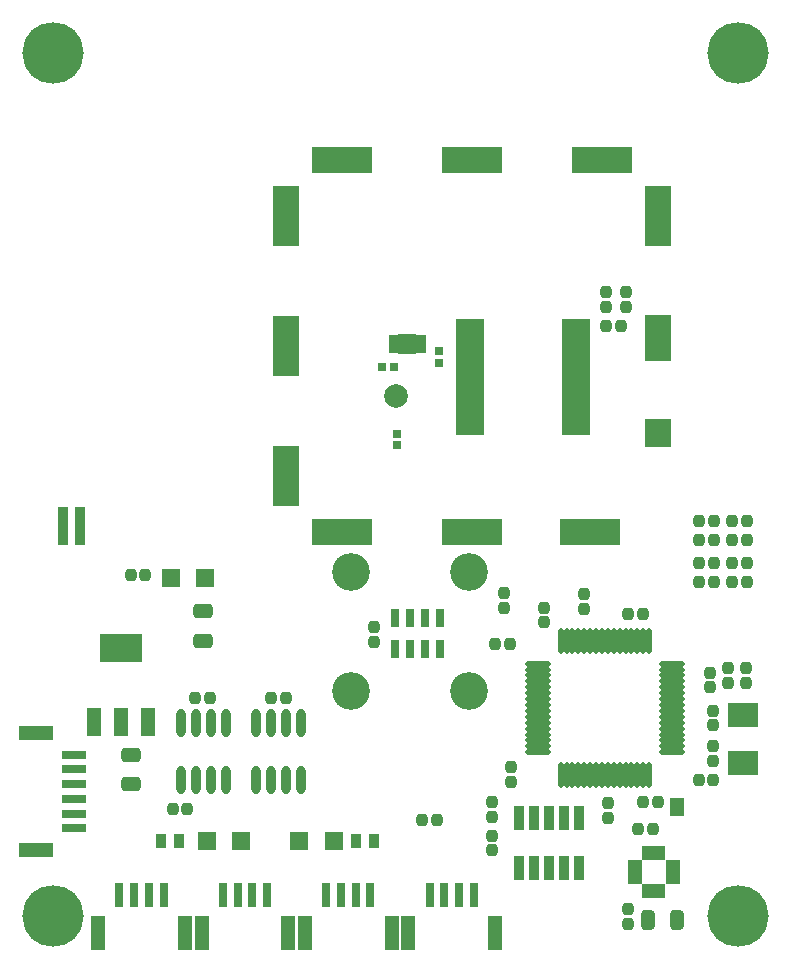
<source format=gts>
%FSTAX43Y43*%
%MOMM*%
%SFA1B1*%

%IPPOS*%
%AMD74*
4,1,8,0.200660,0.500380,-0.200660,0.500380,-0.500380,0.200660,-0.500380,-0.200660,-0.200660,-0.500380,0.200660,-0.500380,0.500380,-0.200660,0.500380,0.200660,0.200660,0.500380,0.0*
1,1,0.604000,0.200660,0.200660*
1,1,0.604000,-0.200660,0.200660*
1,1,0.604000,-0.200660,-0.200660*
1,1,0.604000,0.200660,-0.200660*
%
%AMD80*
4,1,8,0.500380,-0.200660,0.500380,0.200660,0.200660,0.500380,-0.200660,0.500380,-0.500380,0.200660,-0.500380,-0.200660,-0.200660,-0.500380,0.200660,-0.500380,0.500380,-0.200660,0.0*
1,1,0.604000,0.200660,-0.200660*
1,1,0.604000,0.200660,0.200660*
1,1,0.604000,-0.200660,0.200660*
1,1,0.604000,-0.200660,-0.200660*
%
%AMD87*
4,1,8,0.850900,-0.248920,0.850900,0.248920,0.500380,0.601980,-0.500380,0.601980,-0.850900,0.248920,-0.850900,-0.248920,-0.500380,-0.601980,0.500380,-0.601980,0.850900,-0.248920,0.0*
1,1,0.704000,0.500380,-0.248920*
1,1,0.704000,0.500380,0.248920*
1,1,0.704000,-0.500380,0.248920*
1,1,0.704000,-0.500380,-0.248920*
%
%AMD93*
4,1,8,0.248920,0.850900,-0.248920,0.850900,-0.601980,0.500380,-0.601980,-0.500380,-0.248920,-0.850900,0.248920,-0.850900,0.601980,-0.500380,0.601980,0.500380,0.248920,0.850900,0.0*
1,1,0.704000,0.248920,0.500380*
1,1,0.704000,-0.248920,0.500380*
1,1,0.704000,-0.248920,-0.500380*
1,1,0.704000,0.248920,-0.500380*
%
%ADD71R,3.149994X1.649997*%
%ADD72R,1.199998X1.399997*%
%ADD73R,0.802998X0.702999*%
G04~CAMADD=74~8~0.0~0.0~394.9~394.9~118.9~0.0~15~0.0~0.0~0.0~0.0~0~0.0~0.0~0.0~0.0~0~0.0~0.0~0.0~0.0~394.9~394.9*
%ADD74D74*%
%ADD75R,1.252997X2.352995*%
%ADD76R,1.252997X2.352995*%
%ADD77R,3.602993X2.352995*%
%ADD78R,2.902994X1.202998*%
%ADD79R,2.002996X0.802998*%
G04~CAMADD=80~8~0.0~0.0~394.9~394.9~118.9~0.0~15~0.0~0.0~0.0~0.0~0~0.0~0.0~0.0~0.0~0~0.0~0.0~0.0~270.0~394.0~394.0*
%ADD80D80*%
%ADD81R,0.942998X2.052996*%
%ADD82R,1.202998X2.902994*%
%ADD83R,0.802998X2.002996*%
%ADD84R,2.602995X2.102996*%
%ADD85O,0.802998X2.402995*%
%ADD86R,0.962998X1.292997*%
G04~CAMADD=87~8~0.0~0.0~473.6~670.5~138.6~0.0~15~0.0~0.0~0.0~0.0~0~0.0~0.0~0.0~0.0~0~0.0~0.0~0.0~270.0~671.0~474.0*
%ADD87D87*%
%ADD88R,0.964998X3.225994*%
%ADD89R,2.399995X1.099998*%
%ADD90R,2.399995X1.199998*%
%ADD91R,0.702999X0.802998*%
%ADD92R,0.802998X1.502997*%
G04~CAMADD=93~8~0.0~0.0~473.6~670.5~138.6~0.0~15~0.0~0.0~0.0~0.0~0~0.0~0.0~0.0~0.0~0~0.0~0.0~0.0~0.0~473.6~670.5*
%ADD93D93*%
%ADD94O,2.202996X0.502999*%
%ADD95O,0.502999X2.202996*%
%ADD96R,1.502997X1.602997*%
%ADD97R,1.202998X0.702999*%
%ADD98R,0.502999X1.202998*%
%ADD99R,1.202998X0.502999*%
%ADD100R,0.899998X0.579999*%
%ADD101R,1.482997X1.702997*%
%ADD102R,2.202996X5.202990*%
%ADD103R,2.202996X3.952992*%
%ADD104R,2.202996X2.452995*%
%ADD105R,5.202990X2.202996*%
%ADD106R,5.202990X2.202996*%
%ADD107R,2.202996X5.202990*%
%ADD108C,2.002996*%
%ADD109C,5.202990*%
%ADD110C,3.202994*%
%ADD111C,0.602999*%
%LNgps-1*%
%LPD*%
G54D71*
X0128499Y0151899D03*
G54D72*
X0151348Y0112699D03*
G54D73*
X0127599Y0143299D03*
Y0144299D03*
X0131201Y0151295D03*
Y0150295D03*
G54D74*
X0131024Y0111549D03*
X0129774D03*
X0146574Y0153435D03*
X0145324D03*
X0153153Y0114974D03*
X0154403D03*
X0149732Y0113124D03*
X0148482D03*
X0135899Y0126499D03*
X0137149D03*
X0110549Y0121899D03*
X0111799D03*
X0116974D03*
X0118224D03*
X0109874Y0112499D03*
X0108624D03*
X0105074Y0132324D03*
X0106324D03*
X0157249Y0136899D03*
X0155999D03*
X0157249Y0135266D03*
X0155999D03*
X0157249Y0133332D03*
X0155999D03*
X0157249Y0131699D03*
X0155999D03*
X0154449Y0135266D03*
X0153199D03*
X0154449Y0131699D03*
X0153199D03*
X0154449Y0133332D03*
X0153199D03*
X0154449Y0136899D03*
X0153199D03*
X0148049Y0110799D03*
X0149299D03*
X0147182Y0129024D03*
X0148432D03*
G54D75*
X0101974Y0119924D03*
G54D76*
X0104274Y0119924D03*
X0106574D03*
G54D77*
X0104274Y0126124D03*
G54D78*
X0097049Y0109074D03*
Y0118924D03*
G54D79*
X0100249Y0114624D03*
Y0115874D03*
Y0113374D03*
Y0112124D03*
Y0117124D03*
Y0110874D03*
G54D80*
X0135699Y0109024D03*
Y0110274D03*
X0155682Y0124449D03*
Y0123199D03*
X0137274Y0116074D03*
Y0114824D03*
X0135699Y0111874D03*
Y0113124D03*
X0157157Y0123199D03*
Y0124449D03*
X015416Y0124072D03*
Y0122822D03*
X0154403Y0120849D03*
Y0119599D03*
Y0116618D03*
Y0117868D03*
X0145499Y0111799D03*
Y0113049D03*
X0140074Y0128324D03*
Y0129574D03*
X0147149Y010277D03*
Y010402D03*
X0136649Y0129549D03*
Y0130799D03*
X0147001Y0156283D03*
Y0155033D03*
X0145333D03*
Y0156283D03*
X0125674Y0126674D03*
Y0127924D03*
X0143474Y0130682D03*
Y0129432D03*
G54D81*
X0139254Y0107549D03*
X0137984D03*
X0141794D03*
X0143064D03*
X0137984Y0111749D03*
X0139254D03*
X0143064D03*
X0141794D03*
X0140524Y0107549D03*
Y0111749D03*
G54D82*
X0109674Y0102049D03*
X0102324D03*
X0127174D03*
X0119824D03*
X0135924D03*
X0128574D03*
X0118424D03*
X0111074D03*
G54D83*
X0105374Y0105249D03*
X0104124D03*
X0106624D03*
X0107874D03*
X0122874D03*
X0121624D03*
X0124124D03*
X0125374D03*
X0131624D03*
X0130374D03*
X0132874D03*
X0134124D03*
X0114124D03*
X0112874D03*
X0115374D03*
X0116624D03*
G54D84*
X0156907Y0120515D03*
Y0116415D03*
G54D85*
X0119455Y0119803D03*
X0118185D03*
X0116915D03*
X0115645D03*
X0119455Y0115003D03*
X0118185D03*
X0116915D03*
X0115645D03*
X0113103Y0119799D03*
X0111833D03*
X0110563D03*
X0109293D03*
X0113103Y0114999D03*
X0111833D03*
X0110563D03*
X0109293D03*
G54D86*
X0125709Y0109774D03*
X0124189D03*
X0107664D03*
X0109184D03*
G54D87*
X0105074Y0114599D03*
Y0117099D03*
X0111224Y0126749D03*
Y0129249D03*
G54D88*
X0100824Y0136469D03*
X0099312D03*
G54D89*
X0133799Y0153499D03*
Y0144699D03*
X0142799D03*
Y0153499D03*
G54D90*
X0133799Y0152399D03*
Y0151299D03*
Y0150199D03*
Y0149099D03*
Y0147999D03*
Y0146899D03*
Y0145799D03*
X0142799D03*
Y0146899D03*
Y0147999D03*
Y0149099D03*
Y0150199D03*
Y0151299D03*
Y0152399D03*
G54D91*
X0126361Y0149935D03*
X0127361D03*
G54D92*
X012873Y0126065D03*
X012748D03*
X012998D03*
X013123D03*
Y0128665D03*
X012998D03*
X012873D03*
X012748D03*
G54D93*
X0148834Y010316D03*
X0151334D03*
G54D94*
X0150874Y0117324D03*
Y0117824D03*
Y0118324D03*
Y0118824D03*
Y0119324D03*
Y0119824D03*
Y0120324D03*
Y0120824D03*
Y0121324D03*
Y0121824D03*
Y0122324D03*
Y0122824D03*
Y0123324D03*
Y0123824D03*
Y0124324D03*
Y0124824D03*
X0139574D03*
Y0124324D03*
Y0123824D03*
Y0123324D03*
Y0122824D03*
Y0122324D03*
Y0121824D03*
Y0121324D03*
Y0120824D03*
Y0120324D03*
Y0119824D03*
Y0119324D03*
Y0118824D03*
Y0118324D03*
Y0117824D03*
Y0117324D03*
G54D95*
X0148974Y0126724D03*
X0148474D03*
X0147974D03*
X0147474D03*
X0146974D03*
X0146474D03*
X0145974D03*
X0145474D03*
X0144974D03*
X0144474D03*
X0143974D03*
X0143474D03*
X0142974D03*
X0142474D03*
X0141974D03*
X0141474D03*
Y0115424D03*
X0141974D03*
X0142474D03*
X0142974D03*
X0143474D03*
X0143974D03*
X0144474D03*
X0144974D03*
X0145474D03*
X0145974D03*
X0146474D03*
X0146974D03*
X0147474D03*
X0147974D03*
X0148474D03*
X0148974D03*
G54D96*
X0122249Y0109824D03*
X0119349D03*
X0111524D03*
X0114424D03*
X0111374Y0132099D03*
X0108474D03*
G54D97*
X0151349Y0113099D03*
Y0112299D03*
G54D98*
X0149599Y0105595D03*
X0149099D03*
X0148599D03*
X0150099D03*
X0148599Y0108795D03*
X0150099D03*
X0149599D03*
X0149099D03*
G54D99*
X0150949Y0107945D03*
Y0106445D03*
Y0106945D03*
Y0107445D03*
X0147749Y0106445D03*
Y0107945D03*
Y0107445D03*
Y0106945D03*
G54D100*
X0129641Y0152435D03*
Y0151355D03*
Y0151895D03*
X0127361D03*
Y0151355D03*
Y0152435D03*
G54D101*
X0128501Y0151895D03*
G54D102*
X0149749Y0162749D03*
X0118249D03*
Y0151749D03*
G54D103*
X0149749Y0152374D03*
G54D104*
X0149749Y0144374D03*
G54D105*
X0143999Y0135999D03*
X0133999D03*
X0122999D03*
X0144999Y0167499D03*
X0133999D03*
G54D106*
X0122999Y0167499D03*
G54D107*
X0118249Y0140749D03*
G54D108*
X0127499Y0147499D03*
G54D109*
X0156499Y0176499D03*
X0098499D03*
X0156499Y0103499D03*
X0098499D03*
G54D110*
X0133699Y0122549D03*
Y0132549D03*
X0123699D03*
Y0122549D03*
G54D111*
X0128701Y0151595D03*
X0128301Y0152195D03*
M02*
</source>
